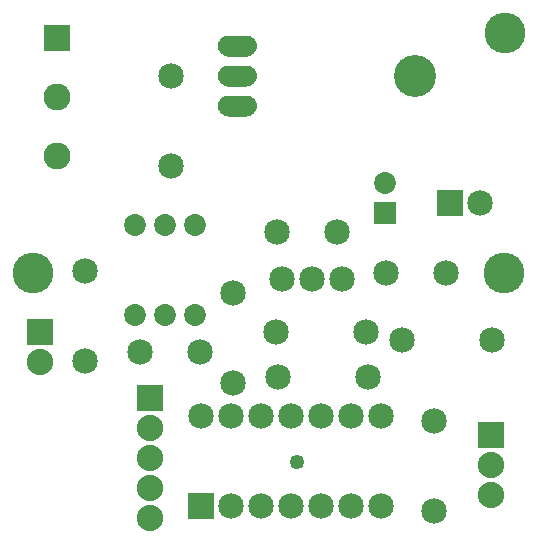
<source format=gts>
G04 MADE WITH FRITZING*
G04 WWW.FRITZING.ORG*
G04 DOUBLE SIDED*
G04 HOLES PLATED*
G04 CONTOUR ON CENTER OF CONTOUR VECTOR*
%ASAXBY*%
%FSLAX23Y23*%
%MOIN*%
%OFA0B0*%
%SFA1.0B1.0*%
%ADD10C,0.085000*%
%ADD11C,0.135984*%
%ADD12C,0.049370*%
%ADD13C,0.073000*%
%ADD14C,0.088000*%
%ADD15C,0.072992*%
%ADD16C,0.070000*%
%ADD17C,0.140000*%
%ADD18C,0.090000*%
%ADD19R,0.085000X0.085000*%
%ADD20R,0.088000X0.088000*%
%ADD21R,0.072992X0.072992*%
%ADD22R,0.090000X0.090000*%
%ADD23R,0.001000X0.001000*%
%LNMASK1*%
G90*
G70*
G54D10*
X1497Y1110D03*
X1597Y1110D03*
G54D11*
X107Y876D03*
X1677Y878D03*
X1680Y1677D03*
G54D12*
X985Y248D03*
G54D10*
X667Y101D03*
X667Y401D03*
X767Y101D03*
X767Y401D03*
X867Y101D03*
X867Y401D03*
X967Y101D03*
X967Y401D03*
X1067Y101D03*
X1067Y401D03*
X1167Y101D03*
X1167Y401D03*
X1267Y101D03*
X1267Y401D03*
G54D13*
X445Y738D03*
X545Y738D03*
X645Y738D03*
X645Y1038D03*
X545Y1038D03*
X445Y1038D03*
X445Y738D03*
X545Y738D03*
X645Y738D03*
X645Y1038D03*
X545Y1038D03*
X445Y1038D03*
G54D10*
X464Y614D03*
X664Y614D03*
X919Y1014D03*
X1119Y1014D03*
G54D14*
X495Y461D03*
X495Y361D03*
X495Y261D03*
X495Y161D03*
X495Y61D03*
G54D10*
X937Y857D03*
X1037Y857D03*
X1137Y857D03*
G54D14*
X131Y679D03*
X131Y579D03*
X1634Y336D03*
X1634Y236D03*
X1634Y136D03*
G54D10*
X772Y511D03*
X772Y811D03*
X922Y531D03*
X1222Y531D03*
X567Y1233D03*
X567Y1533D03*
X1335Y653D03*
X1635Y653D03*
X1442Y83D03*
X1442Y383D03*
X917Y682D03*
X1217Y682D03*
G54D15*
X1279Y1078D03*
X1279Y1176D03*
G54D10*
X1282Y878D03*
X1482Y878D03*
G54D16*
X788Y1633D03*
X788Y1533D03*
X788Y1433D03*
G54D17*
X1378Y1533D03*
G54D16*
X788Y1633D03*
X788Y1533D03*
X788Y1433D03*
G54D17*
X1378Y1533D03*
G54D18*
X187Y1661D03*
X187Y1464D03*
X187Y1267D03*
G54D10*
X280Y585D03*
X280Y885D03*
G54D19*
X1497Y1110D03*
X667Y101D03*
G54D20*
X495Y461D03*
X131Y679D03*
X1634Y336D03*
G54D21*
X1279Y1078D03*
G54D22*
X187Y1661D03*
G54D23*
X751Y1668D02*
X824Y1668D01*
X748Y1667D02*
X828Y1667D01*
X745Y1666D02*
X830Y1666D01*
X743Y1665D02*
X832Y1665D01*
X741Y1664D02*
X834Y1664D01*
X740Y1663D02*
X836Y1663D01*
X738Y1662D02*
X837Y1662D01*
X737Y1661D02*
X839Y1661D01*
X736Y1660D02*
X840Y1660D01*
X735Y1659D02*
X841Y1659D01*
X733Y1658D02*
X842Y1658D01*
X733Y1657D02*
X843Y1657D01*
X732Y1656D02*
X844Y1656D01*
X731Y1655D02*
X845Y1655D01*
X730Y1654D02*
X845Y1654D01*
X729Y1653D02*
X846Y1653D01*
X729Y1652D02*
X847Y1652D01*
X728Y1651D02*
X847Y1651D01*
X727Y1650D02*
X848Y1650D01*
X727Y1649D02*
X848Y1649D01*
X726Y1648D02*
X782Y1648D01*
X793Y1648D02*
X849Y1648D01*
X726Y1647D02*
X780Y1647D01*
X796Y1647D02*
X849Y1647D01*
X726Y1646D02*
X778Y1646D01*
X797Y1646D02*
X850Y1646D01*
X725Y1645D02*
X777Y1645D01*
X799Y1645D02*
X850Y1645D01*
X725Y1644D02*
X776Y1644D01*
X800Y1644D02*
X850Y1644D01*
X725Y1643D02*
X775Y1643D01*
X800Y1643D02*
X851Y1643D01*
X724Y1642D02*
X774Y1642D01*
X801Y1642D02*
X851Y1642D01*
X724Y1641D02*
X774Y1641D01*
X802Y1641D02*
X851Y1641D01*
X724Y1640D02*
X773Y1640D01*
X802Y1640D02*
X852Y1640D01*
X724Y1639D02*
X773Y1639D01*
X802Y1639D02*
X852Y1639D01*
X724Y1638D02*
X773Y1638D01*
X803Y1638D02*
X852Y1638D01*
X723Y1637D02*
X772Y1637D01*
X803Y1637D02*
X852Y1637D01*
X723Y1636D02*
X772Y1636D01*
X803Y1636D02*
X852Y1636D01*
X723Y1635D02*
X772Y1635D01*
X803Y1635D02*
X852Y1635D01*
X723Y1634D02*
X772Y1634D01*
X803Y1634D02*
X852Y1634D01*
X723Y1633D02*
X772Y1633D01*
X803Y1633D02*
X852Y1633D01*
X723Y1632D02*
X772Y1632D01*
X803Y1632D02*
X852Y1632D01*
X723Y1631D02*
X772Y1631D01*
X803Y1631D02*
X852Y1631D01*
X723Y1630D02*
X773Y1630D01*
X803Y1630D02*
X852Y1630D01*
X724Y1629D02*
X773Y1629D01*
X802Y1629D02*
X852Y1629D01*
X724Y1628D02*
X773Y1628D01*
X802Y1628D02*
X852Y1628D01*
X724Y1627D02*
X774Y1627D01*
X802Y1627D02*
X851Y1627D01*
X724Y1626D02*
X774Y1626D01*
X801Y1626D02*
X851Y1626D01*
X724Y1625D02*
X775Y1625D01*
X801Y1625D02*
X851Y1625D01*
X725Y1624D02*
X775Y1624D01*
X800Y1624D02*
X851Y1624D01*
X725Y1623D02*
X776Y1623D01*
X799Y1623D02*
X850Y1623D01*
X725Y1622D02*
X777Y1622D01*
X798Y1622D02*
X850Y1622D01*
X726Y1621D02*
X779Y1621D01*
X797Y1621D02*
X850Y1621D01*
X726Y1620D02*
X781Y1620D01*
X795Y1620D02*
X849Y1620D01*
X727Y1619D02*
X785Y1619D01*
X791Y1619D02*
X849Y1619D01*
X727Y1618D02*
X848Y1618D01*
X728Y1617D02*
X848Y1617D01*
X728Y1616D02*
X847Y1616D01*
X729Y1615D02*
X846Y1615D01*
X730Y1614D02*
X846Y1614D01*
X731Y1613D02*
X845Y1613D01*
X731Y1612D02*
X844Y1612D01*
X732Y1611D02*
X843Y1611D01*
X733Y1610D02*
X842Y1610D01*
X734Y1609D02*
X841Y1609D01*
X735Y1608D02*
X840Y1608D01*
X736Y1607D02*
X839Y1607D01*
X738Y1606D02*
X838Y1606D01*
X739Y1605D02*
X836Y1605D01*
X740Y1604D02*
X835Y1604D01*
X742Y1603D02*
X833Y1603D01*
X744Y1602D02*
X831Y1602D01*
X747Y1601D02*
X829Y1601D01*
X750Y1600D02*
X826Y1600D01*
X755Y1599D02*
X821Y1599D01*
X751Y1568D02*
X824Y1568D01*
X748Y1567D02*
X828Y1567D01*
X745Y1566D02*
X830Y1566D01*
X743Y1565D02*
X832Y1565D01*
X741Y1564D02*
X834Y1564D01*
X739Y1563D02*
X836Y1563D01*
X738Y1562D02*
X837Y1562D01*
X737Y1561D02*
X839Y1561D01*
X736Y1560D02*
X840Y1560D01*
X734Y1559D02*
X841Y1559D01*
X733Y1558D02*
X842Y1558D01*
X733Y1557D02*
X843Y1557D01*
X732Y1556D02*
X844Y1556D01*
X731Y1555D02*
X845Y1555D01*
X730Y1554D02*
X845Y1554D01*
X729Y1553D02*
X846Y1553D01*
X729Y1552D02*
X847Y1552D01*
X728Y1551D02*
X847Y1551D01*
X727Y1550D02*
X848Y1550D01*
X727Y1549D02*
X848Y1549D01*
X726Y1548D02*
X782Y1548D01*
X793Y1548D02*
X849Y1548D01*
X726Y1547D02*
X780Y1547D01*
X796Y1547D02*
X849Y1547D01*
X726Y1546D02*
X778Y1546D01*
X797Y1546D02*
X850Y1546D01*
X725Y1545D02*
X777Y1545D01*
X799Y1545D02*
X850Y1545D01*
X725Y1544D02*
X776Y1544D01*
X800Y1544D02*
X850Y1544D01*
X725Y1543D02*
X775Y1543D01*
X800Y1543D02*
X851Y1543D01*
X724Y1542D02*
X774Y1542D01*
X801Y1542D02*
X851Y1542D01*
X724Y1541D02*
X774Y1541D01*
X802Y1541D02*
X851Y1541D01*
X724Y1540D02*
X773Y1540D01*
X802Y1540D02*
X852Y1540D01*
X724Y1539D02*
X773Y1539D01*
X802Y1539D02*
X852Y1539D01*
X724Y1538D02*
X773Y1538D01*
X803Y1538D02*
X852Y1538D01*
X723Y1537D02*
X772Y1537D01*
X803Y1537D02*
X852Y1537D01*
X723Y1536D02*
X772Y1536D01*
X803Y1536D02*
X852Y1536D01*
X723Y1535D02*
X772Y1535D01*
X803Y1535D02*
X852Y1535D01*
X723Y1534D02*
X772Y1534D01*
X803Y1534D02*
X852Y1534D01*
X723Y1533D02*
X772Y1533D01*
X803Y1533D02*
X852Y1533D01*
X723Y1532D02*
X772Y1532D01*
X803Y1532D02*
X852Y1532D01*
X723Y1531D02*
X772Y1531D01*
X803Y1531D02*
X852Y1531D01*
X723Y1530D02*
X773Y1530D01*
X803Y1530D02*
X852Y1530D01*
X724Y1529D02*
X773Y1529D01*
X802Y1529D02*
X852Y1529D01*
X724Y1528D02*
X773Y1528D01*
X802Y1528D02*
X852Y1528D01*
X724Y1527D02*
X774Y1527D01*
X802Y1527D02*
X851Y1527D01*
X724Y1526D02*
X774Y1526D01*
X801Y1526D02*
X851Y1526D01*
X724Y1525D02*
X775Y1525D01*
X801Y1525D02*
X851Y1525D01*
X725Y1524D02*
X775Y1524D01*
X800Y1524D02*
X851Y1524D01*
X725Y1523D02*
X776Y1523D01*
X799Y1523D02*
X850Y1523D01*
X725Y1522D02*
X777Y1522D01*
X798Y1522D02*
X850Y1522D01*
X726Y1521D02*
X779Y1521D01*
X796Y1521D02*
X849Y1521D01*
X726Y1520D02*
X781Y1520D01*
X794Y1520D02*
X849Y1520D01*
X727Y1519D02*
X785Y1519D01*
X790Y1519D02*
X849Y1519D01*
X727Y1518D02*
X848Y1518D01*
X728Y1517D02*
X848Y1517D01*
X728Y1516D02*
X847Y1516D01*
X729Y1515D02*
X846Y1515D01*
X730Y1514D02*
X846Y1514D01*
X731Y1513D02*
X845Y1513D01*
X731Y1512D02*
X844Y1512D01*
X732Y1511D02*
X843Y1511D01*
X733Y1510D02*
X842Y1510D01*
X734Y1509D02*
X841Y1509D01*
X735Y1508D02*
X840Y1508D01*
X736Y1507D02*
X839Y1507D01*
X738Y1506D02*
X838Y1506D01*
X739Y1505D02*
X836Y1505D01*
X741Y1504D02*
X835Y1504D01*
X742Y1503D02*
X833Y1503D01*
X744Y1502D02*
X831Y1502D01*
X747Y1501D02*
X829Y1501D01*
X750Y1500D02*
X826Y1500D01*
X755Y1499D02*
X820Y1499D01*
X751Y1468D02*
X824Y1468D01*
X747Y1467D02*
X828Y1467D01*
X745Y1466D02*
X830Y1466D01*
X743Y1465D02*
X832Y1465D01*
X741Y1464D02*
X834Y1464D01*
X739Y1463D02*
X836Y1463D01*
X738Y1462D02*
X837Y1462D01*
X737Y1461D02*
X839Y1461D01*
X736Y1460D02*
X840Y1460D01*
X734Y1459D02*
X841Y1459D01*
X733Y1458D02*
X842Y1458D01*
X732Y1457D02*
X843Y1457D01*
X732Y1456D02*
X844Y1456D01*
X731Y1455D02*
X845Y1455D01*
X730Y1454D02*
X845Y1454D01*
X729Y1453D02*
X846Y1453D01*
X729Y1452D02*
X847Y1452D01*
X728Y1451D02*
X847Y1451D01*
X727Y1450D02*
X848Y1450D01*
X727Y1449D02*
X848Y1449D01*
X726Y1448D02*
X782Y1448D01*
X793Y1448D02*
X849Y1448D01*
X726Y1447D02*
X780Y1447D01*
X796Y1447D02*
X849Y1447D01*
X726Y1446D02*
X778Y1446D01*
X797Y1446D02*
X850Y1446D01*
X725Y1445D02*
X777Y1445D01*
X799Y1445D02*
X850Y1445D01*
X725Y1444D02*
X776Y1444D01*
X800Y1444D02*
X851Y1444D01*
X725Y1443D02*
X775Y1443D01*
X800Y1443D02*
X851Y1443D01*
X724Y1442D02*
X774Y1442D01*
X801Y1442D02*
X851Y1442D01*
X724Y1441D02*
X774Y1441D01*
X802Y1441D02*
X851Y1441D01*
X724Y1440D02*
X773Y1440D01*
X802Y1440D02*
X852Y1440D01*
X724Y1439D02*
X773Y1439D01*
X802Y1439D02*
X852Y1439D01*
X723Y1438D02*
X773Y1438D01*
X803Y1438D02*
X852Y1438D01*
X723Y1437D02*
X772Y1437D01*
X803Y1437D02*
X852Y1437D01*
X723Y1436D02*
X772Y1436D01*
X803Y1436D02*
X852Y1436D01*
X723Y1435D02*
X772Y1435D01*
X803Y1435D02*
X852Y1435D01*
X723Y1434D02*
X772Y1434D01*
X803Y1434D02*
X852Y1434D01*
X723Y1433D02*
X772Y1433D01*
X803Y1433D02*
X852Y1433D01*
X723Y1432D02*
X772Y1432D01*
X803Y1432D02*
X852Y1432D01*
X723Y1431D02*
X772Y1431D01*
X803Y1431D02*
X852Y1431D01*
X723Y1430D02*
X773Y1430D01*
X803Y1430D02*
X852Y1430D01*
X724Y1429D02*
X773Y1429D01*
X802Y1429D02*
X852Y1429D01*
X724Y1428D02*
X773Y1428D01*
X802Y1428D02*
X852Y1428D01*
X724Y1427D02*
X774Y1427D01*
X802Y1427D02*
X851Y1427D01*
X724Y1426D02*
X774Y1426D01*
X801Y1426D02*
X851Y1426D01*
X724Y1425D02*
X775Y1425D01*
X801Y1425D02*
X851Y1425D01*
X725Y1424D02*
X776Y1424D01*
X800Y1424D02*
X851Y1424D01*
X725Y1423D02*
X776Y1423D01*
X799Y1423D02*
X850Y1423D01*
X725Y1422D02*
X778Y1422D01*
X798Y1422D02*
X850Y1422D01*
X726Y1421D02*
X779Y1421D01*
X796Y1421D02*
X849Y1421D01*
X726Y1420D02*
X781Y1420D01*
X794Y1420D02*
X849Y1420D01*
X727Y1419D02*
X786Y1419D01*
X790Y1419D02*
X849Y1419D01*
X727Y1418D02*
X848Y1418D01*
X728Y1417D02*
X847Y1417D01*
X728Y1416D02*
X847Y1416D01*
X729Y1415D02*
X846Y1415D01*
X730Y1414D02*
X846Y1414D01*
X731Y1413D02*
X845Y1413D01*
X731Y1412D02*
X844Y1412D01*
X732Y1411D02*
X843Y1411D01*
X733Y1410D02*
X842Y1410D01*
X734Y1409D02*
X841Y1409D01*
X735Y1408D02*
X840Y1408D01*
X736Y1407D02*
X839Y1407D01*
X738Y1406D02*
X838Y1406D01*
X739Y1405D02*
X836Y1405D01*
X741Y1404D02*
X835Y1404D01*
X742Y1403D02*
X833Y1403D01*
X744Y1402D02*
X831Y1402D01*
X747Y1401D02*
X829Y1401D01*
X750Y1400D02*
X825Y1400D01*
X756Y1399D02*
X820Y1399D01*
D02*
G04 End of Mask1*
M02*
</source>
